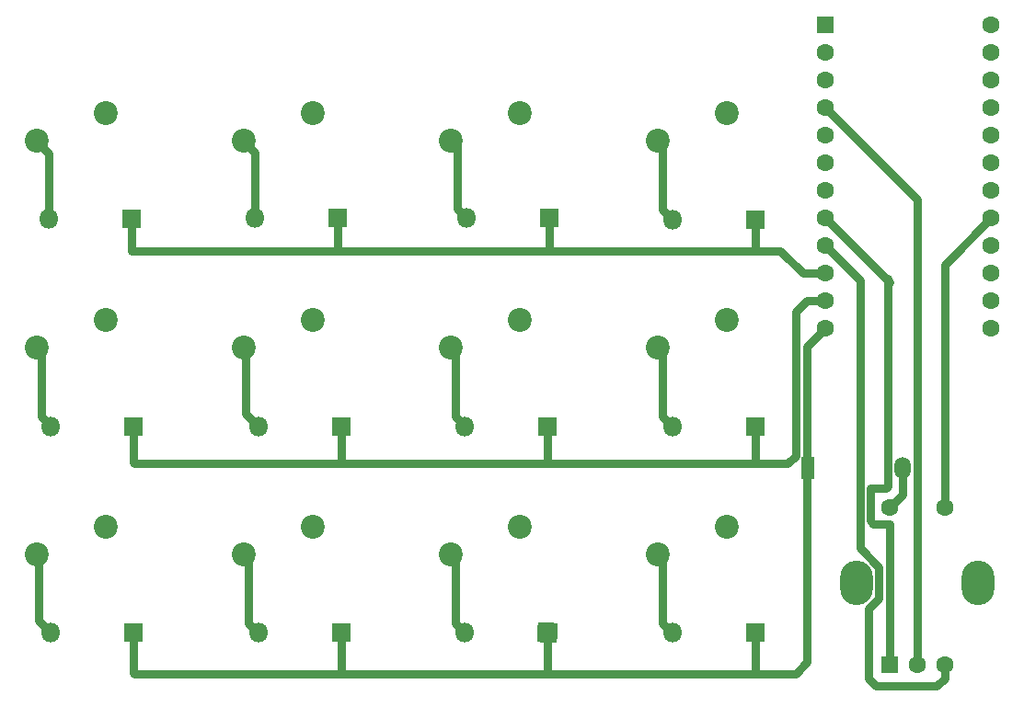
<source format=gbr>
G04 #@! TF.GenerationSoftware,KiCad,Pcbnew,7.0.10*
G04 #@! TF.CreationDate,2024-02-09T18:03:28-08:00*
G04 #@! TF.ProjectId,4x3,3478332e-6b69-4636-9164-5f7063625858,rev?*
G04 #@! TF.SameCoordinates,Original*
G04 #@! TF.FileFunction,Copper,L2,Bot*
G04 #@! TF.FilePolarity,Positive*
%FSLAX46Y46*%
G04 Gerber Fmt 4.6, Leading zero omitted, Abs format (unit mm)*
G04 Created by KiCad (PCBNEW 7.0.10) date 2024-02-09 18:03:28*
%MOMM*%
%LPD*%
G01*
G04 APERTURE LIST*
G04 Aperture macros list*
%AMRoundRect*
0 Rectangle with rounded corners*
0 $1 Rounding radius*
0 $2 $3 $4 $5 $6 $7 $8 $9 X,Y pos of 4 corners*
0 Add a 4 corners polygon primitive as box body*
4,1,4,$2,$3,$4,$5,$6,$7,$8,$9,$2,$3,0*
0 Add four circle primitives for the rounded corners*
1,1,$1+$1,$2,$3*
1,1,$1+$1,$4,$5*
1,1,$1+$1,$6,$7*
1,1,$1+$1,$8,$9*
0 Add four rect primitives between the rounded corners*
20,1,$1+$1,$2,$3,$4,$5,0*
20,1,$1+$1,$4,$5,$6,$7,0*
20,1,$1+$1,$6,$7,$8,$9,0*
20,1,$1+$1,$8,$9,$2,$3,0*%
%AMRotRect*
0 Rectangle, with rotation*
0 The origin of the aperture is its center*
0 $1 length*
0 $2 width*
0 $3 Rotation angle, in degrees counterclockwise*
0 Add horizontal line*
21,1,$1,$2,0,0,$3*%
G04 Aperture macros list end*
G04 #@! TA.AperFunction,ComponentPad*
%ADD10R,1.150000X2.000000*%
G04 #@! TD*
G04 #@! TA.AperFunction,ComponentPad*
%ADD11O,1.500000X2.000000*%
G04 #@! TD*
G04 #@! TA.AperFunction,ComponentPad*
%ADD12O,3.000000X4.100000*%
G04 #@! TD*
G04 #@! TA.AperFunction,ComponentPad*
%ADD13C,1.600000*%
G04 #@! TD*
G04 #@! TA.AperFunction,ComponentPad*
%ADD14RoundRect,0.250000X0.550000X-0.550000X0.550000X0.550000X-0.550000X0.550000X-0.550000X-0.550000X0*%
G04 #@! TD*
G04 #@! TA.AperFunction,ComponentPad*
%ADD15R,1.600000X1.600000*%
G04 #@! TD*
G04 #@! TA.AperFunction,ComponentPad*
%ADD16C,2.200000*%
G04 #@! TD*
G04 #@! TA.AperFunction,ComponentPad*
%ADD17R,1.800000X1.800000*%
G04 #@! TD*
G04 #@! TA.AperFunction,ComponentPad*
%ADD18O,1.800000X1.800000*%
G04 #@! TD*
G04 #@! TA.AperFunction,ComponentPad*
%ADD19RotRect,1.800000X1.800000X179.000000*%
G04 #@! TD*
G04 #@! TA.AperFunction,Conductor*
%ADD20C,0.750000*%
G04 #@! TD*
G04 #@! TA.AperFunction,Conductor*
%ADD21C,0.250000*%
G04 #@! TD*
G04 APERTURE END LIST*
D10*
X230150000Y-141150000D03*
D11*
X238857500Y-141150000D03*
D12*
X245820000Y-151730000D03*
X234620000Y-151730000D03*
D13*
X242720000Y-144730000D03*
X237720000Y-144730000D03*
X240220000Y-159230000D03*
X242720000Y-159230000D03*
D14*
X237720000Y-159230000D03*
D13*
X247020000Y-100330000D03*
X247020000Y-102870000D03*
X247020000Y-105410000D03*
X247020000Y-107950000D03*
X247020000Y-110490000D03*
X247020000Y-113030000D03*
X247020000Y-115570000D03*
X247020000Y-118110000D03*
X247020000Y-120650000D03*
X247020000Y-123190000D03*
X247020000Y-125730000D03*
X247020000Y-128270000D03*
X231780000Y-128270000D03*
X231780000Y-125730000D03*
X231780000Y-123190000D03*
X231780000Y-120650000D03*
X231780000Y-118110000D03*
X231780000Y-115570000D03*
X231780000Y-113030000D03*
X231780000Y-110490000D03*
X231780000Y-107950000D03*
X231780000Y-105410000D03*
X231780000Y-102870000D03*
D15*
X231780000Y-100330000D03*
D16*
X165500000Y-146550000D03*
X159150000Y-149090000D03*
D17*
X225310000Y-156300000D03*
D18*
X217690000Y-156300000D03*
D19*
X206210000Y-156300000D03*
D18*
X198590000Y-156300000D03*
D17*
X187210000Y-156300000D03*
D18*
X179590000Y-156300000D03*
D17*
X168110000Y-156300000D03*
D18*
X160490000Y-156300000D03*
D17*
X225310000Y-137300000D03*
D18*
X217690000Y-137300000D03*
D17*
X206210000Y-137300000D03*
D18*
X198590000Y-137300000D03*
D17*
X187210000Y-137300000D03*
D18*
X179590000Y-137300000D03*
D17*
X168110000Y-137300000D03*
D18*
X160490000Y-137300000D03*
D16*
X165500000Y-108450000D03*
X159150000Y-110990000D03*
X222650000Y-127500000D03*
X216300000Y-130040000D03*
X222650000Y-108450000D03*
X216300000Y-110990000D03*
X184550000Y-127500000D03*
X178200000Y-130040000D03*
X203600000Y-108450000D03*
X197250000Y-110990000D03*
X222650000Y-146550000D03*
X216300000Y-149090000D03*
X184550000Y-146550000D03*
X178200000Y-149090000D03*
D17*
X225323400Y-118237000D03*
D18*
X217703400Y-118237000D03*
D17*
X167910000Y-118135400D03*
D18*
X160290000Y-118135400D03*
D17*
X186867800Y-118084600D03*
D18*
X179247800Y-118084600D03*
D17*
X206375000Y-118110000D03*
D18*
X198755000Y-118110000D03*
D16*
X203600000Y-127500000D03*
X197250000Y-130040000D03*
X203600000Y-146550000D03*
X197250000Y-149090000D03*
X165500000Y-127500000D03*
X159150000Y-130040000D03*
X184550000Y-108450000D03*
X178200000Y-110990000D03*
D20*
X230150000Y-141150000D02*
X230100000Y-141150000D01*
X242720000Y-122410000D02*
X247020000Y-118110000D01*
X242720000Y-144730000D02*
X242720000Y-122410000D01*
X238857500Y-143592500D02*
X238857500Y-141150000D01*
X237720000Y-144730000D02*
X238857500Y-143592500D01*
X230100000Y-159000000D02*
X230100000Y-141150000D01*
X230100000Y-141150000D02*
X230100000Y-129950000D01*
X235890000Y-143610000D02*
X235880000Y-143620000D01*
X235890000Y-142990000D02*
X235890000Y-143610000D01*
X234930000Y-123800000D02*
X231780000Y-120650000D01*
X234930000Y-148510000D02*
X234930000Y-123800000D01*
X236695000Y-153139493D02*
X236695000Y-150275000D01*
X235740000Y-154094493D02*
X236695000Y-153139493D01*
X236695000Y-150275000D02*
X234930000Y-148510000D01*
X236400000Y-161200000D02*
X235740000Y-160540000D01*
X235740000Y-160540000D02*
X235740000Y-154094493D01*
X242720000Y-160510000D02*
X242030000Y-161200000D01*
X242720000Y-159230000D02*
X242720000Y-160510000D01*
X242030000Y-161200000D02*
X236400000Y-161200000D01*
X237720000Y-124050000D02*
X231780000Y-118110000D01*
X236190000Y-146280000D02*
X235880000Y-145970000D01*
X237520000Y-142840000D02*
X237520000Y-123630000D01*
X237720000Y-146280000D02*
X236190000Y-146280000D01*
X235880000Y-145970000D02*
X235880000Y-143620000D01*
X237370000Y-142990000D02*
X237520000Y-142840000D01*
X237720000Y-159230000D02*
X237720000Y-146280000D01*
X235890000Y-142990000D02*
X237370000Y-142990000D01*
X240220000Y-159230000D02*
X240220000Y-116390000D01*
X240220000Y-116390000D02*
X231780000Y-107950000D01*
X230100000Y-129950000D02*
X231780000Y-128270000D01*
X225300000Y-160100000D02*
X229000000Y-160100000D01*
X229000000Y-160100000D02*
X230100000Y-159000000D01*
X230030000Y-125730000D02*
X231780000Y-125730000D01*
X229000000Y-126760000D02*
X230030000Y-125730000D01*
X229000000Y-140000000D02*
X229000000Y-126760000D01*
X225400000Y-140700000D02*
X228300000Y-140700000D01*
X228300000Y-140700000D02*
X229000000Y-140000000D01*
X227600000Y-121100000D02*
X229690000Y-123190000D01*
X229690000Y-123190000D02*
X231780000Y-123190000D01*
X225323400Y-121100000D02*
X227600000Y-121100000D01*
X187210000Y-160010000D02*
X187300000Y-160100000D01*
X187210000Y-156300000D02*
X187210000Y-160010000D01*
X187300000Y-160100000D02*
X206200000Y-160100000D01*
X168200000Y-160100000D02*
X187300000Y-160100000D01*
X206210000Y-160090000D02*
X206200000Y-160100000D01*
X206200000Y-160100000D02*
X225300000Y-160100000D01*
X206210000Y-156300000D02*
X206210000Y-160090000D01*
X225310000Y-160090000D02*
X225300000Y-160100000D01*
X225310000Y-156300000D02*
X225310000Y-160090000D01*
X168110000Y-160010000D02*
X168200000Y-160100000D01*
X168110000Y-156300000D02*
X168110000Y-160010000D01*
X216790000Y-149580000D02*
X216300000Y-149090000D01*
X216790000Y-155400000D02*
X216790000Y-149580000D01*
X217690000Y-156300000D02*
X216790000Y-155400000D01*
X197690000Y-149530000D02*
X197250000Y-149090000D01*
X197690000Y-155400000D02*
X197690000Y-149530000D01*
X198590000Y-156300000D02*
X197690000Y-155400000D01*
X178690000Y-149580000D02*
X178200000Y-149090000D01*
X178690000Y-155400000D02*
X178690000Y-149580000D01*
X179590000Y-156300000D02*
X178690000Y-155400000D01*
X159355000Y-149295000D02*
X159150000Y-149090000D01*
X159355000Y-155165000D02*
X159355000Y-149295000D01*
X160490000Y-156300000D02*
X159355000Y-155165000D01*
X225310000Y-140610000D02*
X225400000Y-140700000D01*
X225310000Y-137300000D02*
X225310000Y-140610000D01*
X206200000Y-140700000D02*
X225400000Y-140700000D01*
X206210000Y-140690000D02*
X206200000Y-140700000D01*
X206210000Y-137300000D02*
X206210000Y-140690000D01*
X187200000Y-140700000D02*
X206200000Y-140700000D01*
X187210000Y-140690000D02*
X187200000Y-140700000D01*
X187210000Y-137300000D02*
X187210000Y-140690000D01*
X168200000Y-140700000D02*
X187200000Y-140700000D01*
X168110000Y-140610000D02*
X168200000Y-140700000D01*
X168110000Y-137300000D02*
X168110000Y-140610000D01*
X216790000Y-130530000D02*
X216300000Y-130040000D01*
X216790000Y-136400000D02*
X216790000Y-130530000D01*
X217690000Y-137300000D02*
X216790000Y-136400000D01*
X197690000Y-136400000D02*
X197690000Y-130480000D01*
X198590000Y-137300000D02*
X197690000Y-136400000D01*
X197690000Y-130480000D02*
X197250000Y-130040000D01*
X178405000Y-130245000D02*
X178200000Y-130040000D01*
X178405000Y-136115000D02*
X178405000Y-130245000D01*
X179590000Y-137300000D02*
X178405000Y-136115000D01*
X159590000Y-136400000D02*
X159590000Y-130480000D01*
X160490000Y-137300000D02*
X159590000Y-136400000D01*
X159590000Y-130480000D02*
X159150000Y-130040000D01*
X187200000Y-121100000D02*
X197700000Y-121100000D01*
X206375000Y-121074600D02*
X206400400Y-121100000D01*
X186867800Y-121067800D02*
X186900000Y-121100000D01*
X186900000Y-121100000D02*
X187200000Y-121100000D01*
D21*
X186910000Y-121090000D02*
X186900000Y-121100000D01*
D20*
X186867800Y-118084600D02*
X186867800Y-121067800D01*
X225323400Y-118237000D02*
X225323400Y-121100000D01*
X167910000Y-121090000D02*
X167900000Y-121100000D01*
X167910000Y-118135400D02*
X167910000Y-121090000D01*
X206400400Y-121100000D02*
X216900000Y-121100000D01*
X206375000Y-118110000D02*
X206375000Y-121074600D01*
X197700000Y-121100000D02*
X206400400Y-121100000D01*
X167900000Y-121100000D02*
X186900000Y-121100000D01*
X216900000Y-121100000D02*
X225323400Y-121100000D01*
X160290000Y-112130000D02*
X159150000Y-110990000D01*
X160290000Y-117700000D02*
X160290000Y-112130000D01*
X179290000Y-117800000D02*
X179290000Y-112080000D01*
X179290000Y-112080000D02*
X178200000Y-110990000D01*
X198755000Y-118110000D02*
X197855000Y-117210000D01*
X197855000Y-117210000D02*
X197855000Y-111595000D01*
X197855000Y-111595000D02*
X197250000Y-110990000D01*
X216803400Y-117337000D02*
X216803400Y-111493400D01*
X217703400Y-118237000D02*
X216803400Y-117337000D01*
X216803400Y-111493400D02*
X216300000Y-110990000D01*
M02*

</source>
